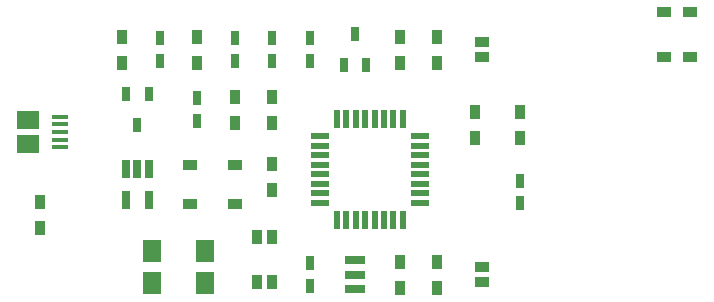
<source format=gtp>
G04 #@! TF.FileFunction,Paste,Top*
%FSLAX46Y46*%
G04 Gerber Fmt 4.6, Leading zero omitted, Abs format (unit mm)*
G04 Created by KiCad (PCBNEW 4.0.7-e2-6376~60~ubuntu17.10.1) date Thu Dec 28 10:46:34 2017*
%MOMM*%
%LPD*%
G01*
G04 APERTURE LIST*
%ADD10C,0.100000*%
%ADD11R,0.750000X1.200000*%
%ADD12R,0.900000X1.200000*%
%ADD13R,0.550000X1.600000*%
%ADD14R,1.600000X0.550000*%
%ADD15R,0.650000X1.220000*%
%ADD16R,1.700000X0.700000*%
%ADD17R,1.200000X0.900000*%
%ADD18R,1.900000X1.500000*%
%ADD19R,1.350000X0.400000*%
%ADD20R,1.270000X0.970000*%
%ADD21R,0.650000X1.560000*%
%ADD22R,1.500000X1.950000*%
%ADD23R,0.970000X1.270000*%
G04 APERTURE END LIST*
D10*
D11*
X166370000Y-85405000D03*
X166370000Y-83505000D03*
X169545000Y-83505000D03*
X169545000Y-85405000D03*
X169545000Y-102555000D03*
X169545000Y-104455000D03*
X156845000Y-85405000D03*
X156845000Y-83505000D03*
X163195000Y-85405000D03*
X163195000Y-83505000D03*
X187325000Y-97470000D03*
X187325000Y-95570000D03*
D12*
X177165000Y-104605000D03*
X177165000Y-102405000D03*
X180340000Y-85555000D03*
X180340000Y-83355000D03*
X177165000Y-85555000D03*
X177165000Y-83355000D03*
X153670000Y-85555000D03*
X153670000Y-83355000D03*
X183515000Y-89705000D03*
X183515000Y-91905000D03*
X160020000Y-83355000D03*
X160020000Y-85555000D03*
X163195000Y-88435000D03*
X163195000Y-90635000D03*
D13*
X171825000Y-98865000D03*
X172625000Y-98865000D03*
X173425000Y-98865000D03*
X174225000Y-98865000D03*
X175025000Y-98865000D03*
X175825000Y-98865000D03*
X176625000Y-98865000D03*
X177425000Y-98865000D03*
D14*
X178875000Y-97415000D03*
X178875000Y-96615000D03*
X178875000Y-95815000D03*
X178875000Y-95015000D03*
X178875000Y-94215000D03*
X178875000Y-93415000D03*
X178875000Y-92615000D03*
X178875000Y-91815000D03*
D13*
X177425000Y-90365000D03*
X176625000Y-90365000D03*
X175825000Y-90365000D03*
X175025000Y-90365000D03*
X174225000Y-90365000D03*
X173425000Y-90365000D03*
X172625000Y-90365000D03*
X171825000Y-90365000D03*
D14*
X170375000Y-91815000D03*
X170375000Y-92615000D03*
X170375000Y-93415000D03*
X170375000Y-94215000D03*
X170375000Y-95015000D03*
X170375000Y-95815000D03*
X170375000Y-96615000D03*
X170375000Y-97415000D03*
D15*
X172405000Y-85765000D03*
X174305000Y-85765000D03*
X173355000Y-83145000D03*
D16*
X173355000Y-104705000D03*
X173355000Y-103505000D03*
X173355000Y-102305000D03*
D11*
X160020000Y-88585000D03*
X160020000Y-90485000D03*
D17*
X159385000Y-94235000D03*
X159385000Y-97535000D03*
X163195000Y-94235000D03*
X163195000Y-97535000D03*
D12*
X146685000Y-97325000D03*
X146685000Y-99525000D03*
D18*
X145700000Y-92440000D03*
D19*
X148400000Y-90790000D03*
X148400000Y-90140000D03*
X148400000Y-92740000D03*
X148400000Y-92090000D03*
X148400000Y-91440000D03*
D18*
X145700000Y-90440000D03*
D12*
X166370000Y-94150000D03*
X166370000Y-96350000D03*
X166370000Y-90635000D03*
X166370000Y-88435000D03*
D17*
X201760000Y-81280000D03*
X199560000Y-81280000D03*
X201760000Y-85090000D03*
X199560000Y-85090000D03*
D20*
X184150000Y-85095000D03*
X184150000Y-83815000D03*
X184150000Y-104145000D03*
X184150000Y-102865000D03*
D12*
X187325000Y-91905000D03*
X187325000Y-89705000D03*
X180340000Y-104605000D03*
X180340000Y-102405000D03*
D21*
X155890000Y-94535000D03*
X154940000Y-94535000D03*
X153990000Y-94535000D03*
X153990000Y-97235000D03*
X155890000Y-97235000D03*
D15*
X155890000Y-88225000D03*
X153990000Y-88225000D03*
X154940000Y-90845000D03*
D22*
X160655000Y-104245000D03*
X160655000Y-101495000D03*
X156210000Y-104245000D03*
X156210000Y-101495000D03*
D23*
X166375000Y-104140000D03*
X165095000Y-104140000D03*
X166375000Y-100330000D03*
X165095000Y-100330000D03*
M02*

</source>
